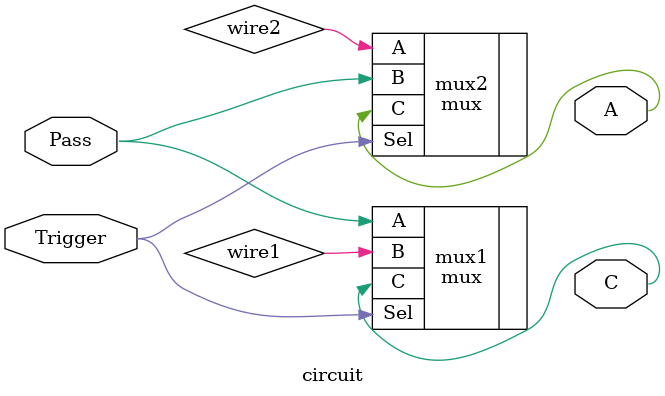
<source format=v>
`timescale 1ns / 1ps


module circuit(
    input Pass,
    input Trigger,
    output C,
    output A
    );
    
    wire wire1, wire2;
    
    mux mux1 (.A(Pass),.B(wire1),.Sel(Trigger),.C(C));
    mux mux2 (.A(wire2),.B(Pass),.Sel(Trigger),.C(A));
    
   
endmodule

</source>
